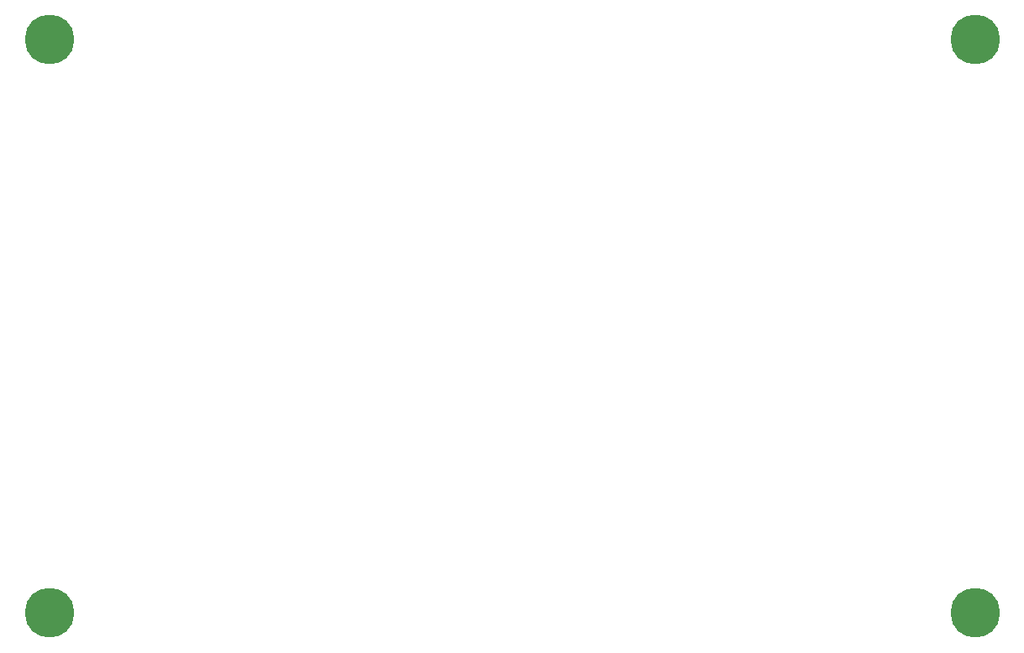
<source format=gtl>
G04 #@! TF.GenerationSoftware,KiCad,Pcbnew,(5.1.8)-1*
G04 #@! TF.CreationDate,2022-02-20T18:12:03+01:00*
G04 #@! TF.ProjectId,PlayOnTape Backplate,506c6179-4f6e-4546-9170-65204261636b,rev?*
G04 #@! TF.SameCoordinates,Original*
G04 #@! TF.FileFunction,Copper,L1,Top*
G04 #@! TF.FilePolarity,Positive*
%FSLAX46Y46*%
G04 Gerber Fmt 4.6, Leading zero omitted, Abs format (unit mm)*
G04 Created by KiCad (PCBNEW (5.1.8)-1) date 2022-02-20 18:12:03*
%MOMM*%
%LPD*%
G01*
G04 APERTURE LIST*
G04 #@! TA.AperFunction,ComponentPad*
%ADD10C,5.000000*%
G04 #@! TD*
G04 APERTURE END LIST*
D10*
X73660000Y-139065000D03*
X167005000Y-139065000D03*
X167005000Y-81280000D03*
X73660000Y-81280000D03*
M02*

</source>
